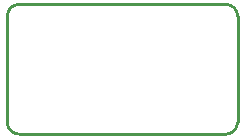
<source format=gm1>
G04 Layer_Color=16711935*
%FSLAX42Y42*%
%MOMM*%
G71*
G01*
G75*
%ADD18C,0.25*%
D18*
X100Y1100D02*
G03*
X0Y1000I0J-100D01*
G01*
X1950D02*
G03*
X1850Y1100I-100J0D01*
G01*
Y0D02*
G03*
X1950Y100I0J100D01*
G01*
X0D02*
G03*
X100Y0I100J0D01*
G01*
Y1100D02*
X1850D01*
X1950Y100D02*
Y1000D01*
X100Y0D02*
X1850D01*
X0Y100D02*
Y1000D01*
M02*

</source>
